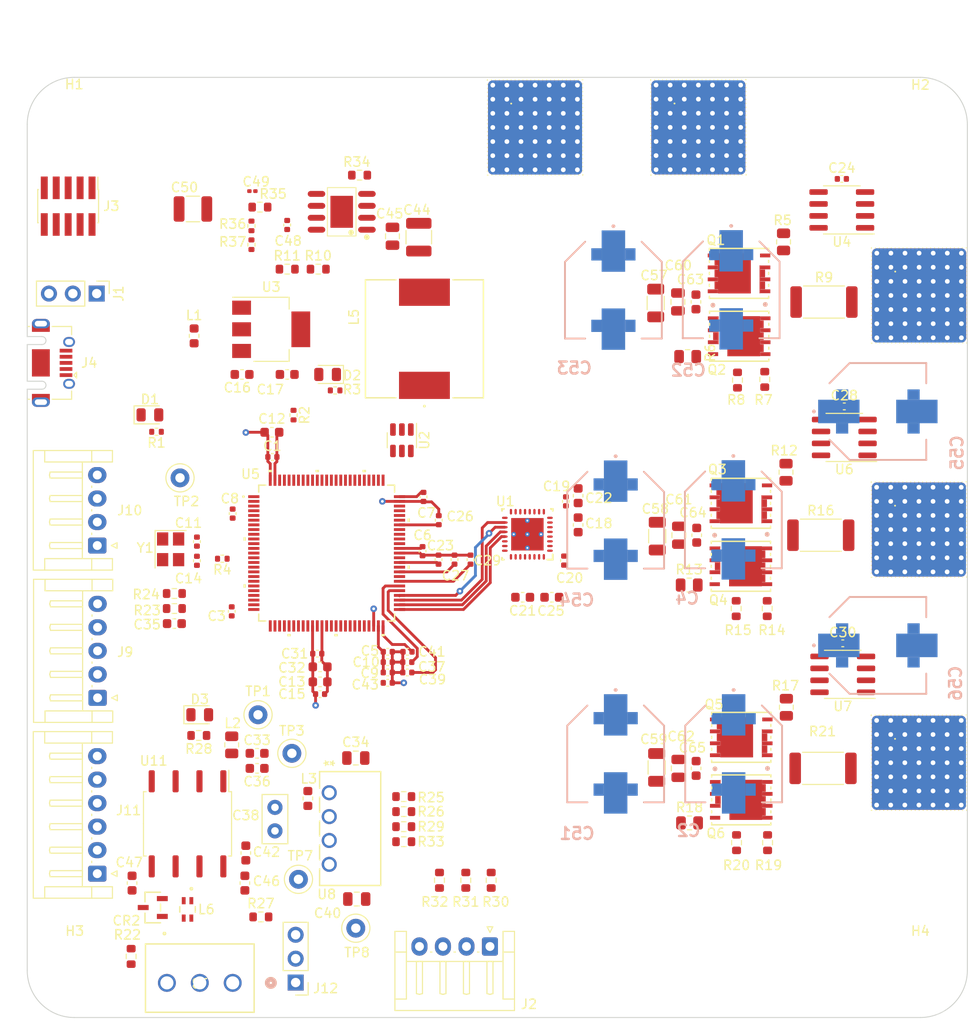
<source format=kicad_pcb>
(kicad_pcb (version 20221018) (generator pcbnew)
  (layers (0 "F.Cu" signal) (1 "In1.Cu" power "GND") (2 "In2.Cu" power "PWR") (31 "B.Cu" signal) (34 "B.Paste" user) (35 "F.Paste" user) (36 "B.SilkS" user "B.Silkscreen") (37 "F.SilkS" user "F.Silkscreen") (38 "B.Mask" user) (39 "F.Mask" user) (44 "Edge.Cuts" user))
  (net 0 "")
  (net 1 "+3.3V")
  (net 2 "GND")
  (net 3 "VDC")
  (net 4 "HSE_IN")
  (net 5 "WREF+")
  (net 6 "Net-(C14-Pad1)")
  (net 7 "+5V")
  (net 8 "+3V3")
  (net 9 "Net-(U1-VCP)")
  (net 10 "Net-(U1-CPH)")
  (net 11 "Net-(U1-CPL)")
  (net 12 "Net-(U1-DVDD)")
  (net 13 "SENS_A")
  (net 14 "Net-(U1-VGLS)")
  (net 15 "/DRV8350/SENS_VDC")
  (net 16 "SENS_B")
  (net 17 "SENS_C")
  (net 18 "Net-(U11-VCC1)")
  (net 19 "/DRV8350/PCB_TEMP")
  (net 20 "/Communications/HALL_A")
  (net 21 "Net-(U8-VIN)")
  (net 22 "5V_ISO_CAN")
  (net 23 "/Communications/HALL_B")
  (net 24 "GND1")
  (net 25 "/Communications/HALL_C")
  (net 26 "/Communications/TEMP_IN")
  (net 27 "CAN_H")
  (net 28 "CAN_L")
  (net 29 "Net-(U9-BOOT)")
  (net 30 "Net-(U9-SW)")
  (net 31 "Net-(U9-FB)")
  (net 32 "Net-(D1-K)")
  (net 33 "PROCCESS_LED")
  (net 34 "Net-(D2-K)")
  (net 35 "Net-(D3-K)")
  (net 36 "/Communications/CAN_LED")
  (net 37 "Net-(J1-Pin_2)")
  (net 38 "Net-(J2-Pin_1)")
  (net 39 "Net-(J2-Pin_2)")
  (net 40 "Net-(J2-Pin_3)")
  (net 41 "SWDIO")
  (net 42 "SWCLK")
  (net 43 "SWO")
  (net 46 "NRST")
  (net 47 "USB_CONN_D-")
  (net 48 "USB_CONN_D+")
  (net 51 "Net-(U4-IN-)")
  (net 52 "Net-(U6-IN-)")
  (net 53 "Net-(U7-IN-)")
  (net 54 "Net-(J8-Pad3)")
  (net 55 "/Communications/UART_1_TX")
  (net 56 "/Communications/UART_1_RX")
  (net 57 "/Communications/DO_1")
  (net 58 "/Communications/I2C_SDA")
  (net 59 "/Communications/I2C_SCL")
  (net 60 "/Communications/EXT_SPI_MOSI")
  (net 61 "/Communications/EXT_SPI_MISO")
  (net 62 "/Communications/EXT_SPI_SCK")
  (net 63 "/Communications/EXT_SPI_CS")
  (net 65 "Net-(J12-Pin_2)")
  (net 66 "Net-(U11-CANH)")
  (net 67 "Net-(U11-CANL)")
  (net 68 "Net-(Q1-PadG)")
  (net 69 "/DRV8350/SHA")
  (net 70 "Net-(Q2-PadG)")
  (net 71 "Net-(Q3-PadG)")
  (net 72 "/DRV8350/SHB")
  (net 73 "Net-(Q4-PadG)")
  (net 74 "Net-(Q5-PadG)")
  (net 75 "/DRV8350/SHC")
  (net 76 "Net-(Q6-PadG)")
  (net 77 "BOOT0")
  (net 78 "HSE_OUT")
  (net 79 "/DRV8350/GHA")
  (net 80 "/DRV8350/GLA")
  (net 81 "/DRV8350/GHB")
  (net 82 "/DRV8350/GLB")
  (net 83 "/DRV8350/GHC")
  (net 84 "/DRV8350/GLC")
  (net 85 "Net-(U9-RT{slash}SYNC)")
  (net 86 "Net-(U9-PG)")
  (net 87 "Net-(R36-Pad2)")
  (net 88 "/DRV8350/FAULT_N")
  (net 89 "/DRV8350/SPI_MISO")
  (net 90 "/DRV8350/SPI_MOSI")
  (net 91 "/DRV8350/SPI_SCK")
  (net 92 "/DRV8350/DRV_CS")
  (net 93 "/DRV8350/DRV_ENABLE")
  (net 94 "/DRV8350/INHA")
  (net 95 "/DRV8350/INLA")
  (net 96 "/DRV8350/INHB")
  (net 97 "/DRV8350/INLB")
  (net 98 "/DRV8350/INHC")
  (net 99 "/DRV8350/INLC")
  (net 100 "USB_D+")
  (net 101 "USB_D-")
  (net 103 "CURR_A")
  (net 120 "CURR_C")
  (net 128 "CURR_B")
  (net 132 "/Communications/CAN_RX")
  (net 133 "/Communications/CAN_TX")
  (footprint "DRV-8350S:RTV0032E" (layer "F.Cu") (at 77.45 73.6 180)
    (fp_text reference "U1")
    (fp_text value "DRV8350SRTVT")
  )
  (footprint "Capacitor_SMD:C_0603_1608Metric" (layer "F.Cu") (at 95.4625 73.7 -90)
    (fp_text reference "C64")
    (fp_text value "15n")
  )
  (footprint "Inductor_SMD:L_0603_1608Metric" (layer "F.Cu") (at 54.1 101.7 -90)
    (fp_text reference "L3")
    (fp_text value "4.7u")
  )
  (footprint "Capacitor_SMD:C_0402_1005Metric" (layer "F.Cu") (at 64.7 86.1 180)
    (fp_text reference "C41")
    (fp_text value "4.7n")
  )
  (footprint "Resistor_SMD:R_0603_1608Metric" (layer "F.Cu") (at 102.9625 81.5 90)
    (fp_text reference "R14")
    (fp_text value "39k")
  )
  (footprint "Resistor_SMD:R_0603_1608Metric" (layer "F.Cu") (at 64.3 103.1)
    (fp_text reference "R26")
    (fp_text value "10k")
  )
  (footprint "B0505S:B0505S-1WR2_MNS" (layer "F.Cu") (at 56.375 101.09 -90)
    (fp_text reference "U8")
    (fp_text value "B0505S-1WR2")
  )
  (footprint "TestPoint:TestPoint_Loop_D1.80mm_Drill1.0mm_Beaded" (layer "F.Cu") (at 40.5 67.6)
    (fp_text reference "TP2")
    (fp_text value "TestPoint")
  )
  (footprint "Connector_JST:JST_EH_S5B-EH_1x05_P2.50mm_Horizontal" (layer "F.Cu") (at 31.7325 91 90)
    (fp_text reference "J9")
    (fp_text value "Conn_01x05")
  )
  (footprint "Resistor_SMD:R_0402_1005Metric" (layer "F.Cu") (at 38 62.7 180)
    (fp_text reference "R1")
    (fp_text value "1k5")
  )
  (footprint "Capacitor_SMD:C_0402_1005Metric" (layer "F.Cu") (at 69.7 76.3 90)
    (fp_text reference "C27")
    (fp_text value "100n")
  )
  (footprint "BSC070N:PG-WSON-8" (layer "F.Cu") (at 100.1625 70.305 180)
    (fp_text reference "Q3")
    (fp_text value "BSC070N10NS5SCATMA1")
  )
  (footprint "Resistor_SMD:R_0603_1608Metric" (layer "F.Cu") (at 102.7 57.125 90)
    (fp_text reference "R7")
    (fp_text value "39k")
  )
  (footprint "Resistor_SMD:R_0603_1608Metric" (layer "F.Cu") (at 51.9 45.4)
    (fp_text reference "R11")
    (fp_text value "2k2")
  )
  (footprint "Capacitor_SMD:C_0402_1005Metric" (layer "F.Cu") (at 81.35 76.4 -90)
    (fp_text reference "C20")
    (fp_text value "47n")
  )
  (footprint "Resistor_SMD:R_0402_1005Metric" (layer "F.Cu") (at 57 58.3)
    (fp_text reference "R3")
    (fp_text value "1k")
  )
  (footprint "Resistor_SMD:R_0603_1608Metric" (layer "F.Cu") (at 49 38.8)
    (fp_text reference "R35")
    (fp_text value "100k")
  )
  (footprint "Resistor_SMD:R_0603_1608Metric" (layer "F.Cu") (at 64.3 104.7)
    (fp_text reference "R29")
    (fp_text value "10k")
  )
  (footprint "MountingHole:MountingHole_3.2mm_M3" (layer "F.Cu") (at 29.25 29.95)
    (fp_text reference "H1")
    (fp_text value "MountingHole")
  )
  (footprint "Connector_USB:USB_Micro-AB_Molex_47590-0001" (layer "F.Cu") (at 25.7 55.37 -90)
    (fp_text reference "J4")
    (fp_text value "USB_B_Micro")
    (fp_line (start -3.75 1.45) (end -2.8 1.45) (stroke (width 0.1)) (layer "Edge.Cuts"))
    (fp_line (start -2.8 -0.125) (end -2.8 1.45) (stroke (width 0.1)) (layer "Edge.Cuts"))
    (fp_line (start -1.95 -0.125) (end -1.95 1.45) (stroke (width 0.1)) (layer "Edge.Cuts"))
    (fp_line (start -1.95 1.45) (end 1.95 1.45) (stroke (width 0.1)) (layer "Edge.Cuts"))
    (fp_line (start 1.95 -0.125) (end 1.95 1.45) (stroke (width 0.1)) (layer "Edge.Cuts"))
    (fp_line (start 2.8 -0.125) (end 2.8 1.45) (stroke (width 0.1)) (layer "Edge.Cuts"))
    (fp_line (start 2.8 1.45) (end 3.75 1.45) (stroke (width 0.1)) (layer "Edge.Cuts"))
    (fp_arc (start -2.8 -0.125) (mid -2.375 -0.55) (end -1.95 -0.125) (stroke (width 0.1)) (layer "Edge.Cuts"))
    (fp_arc (start 1.95 -0.125) (mid 2.375 -0.55) (end 2.8 -0.125) (stroke (width 0.1)) (layer "Edge.Cuts"))
  )
  (footprint "Capacitor_SMD:C_0805_2012Metric" (layer "F.Cu") (at 93.5625 73.7 -90)
    (fp_text reference "C61")
    (fp_text value "330n")
  )
  (footprint "Capacitor_SMD:C_1206_3216Metric" (layer "F.Cu") (at 91.2625 73.8 -90)
    (fp_text reference "C58")
    (fp_text value "1u")
  )
  (footprint "Resistor_SMD:R_0402_1005Metric" (layer "F.Cu") (at 48.1 40.8 -90)
    (fp_text reference "R36")
    (fp_text value "40.2k")
  )
  (footprint "Resistor_SMD:R_0603_1608Metric" (layer "F.Cu") (at 99.7 106.4 -90)
    (fp_text reference "R20")
    (fp_text value "2k2")
  )
  (footprint "Capacitor_SMD:C_0805_2012Metric" (layer "F.Cu") (at 59.2 97.4)
    (fp_text reference "C34")
    (fp_text value "2.2u")
  )
  (footprint "MountingHole:MountingHole_3.2mm_M3" (layer "F.Cu") (at 29.3 120)
    (fp_text reference "H3")
    (fp_text value "MountingHole")
  )
  (footprint "Connector_JST:JST_EH_S4B-EH_1x04_P2.50mm_Horizontal" (layer "F.Cu") (at 73.47 117.4475 180)
    (fp_text reference "J2")
    (fp_text value "Conn_01x04")
  )
  (footprint "Capacitor_SMD:C_0805_2012Metric" (layer "F.Cu") (at 59.3 112.4)
    (fp_text reference "C40")
    (fp_text value "2.2u")
  )
  (footprint "Capacitor_SMD:C_0402_1005Metric" (layer "F.Cu") (at 62.6 86.1)
    (fp_text reference "C5")
    (fp_text value "100n")
  )
  (footprint "Capacitor_SMD:C_0603_1608Metric" (layer "F.Cu") (at 47.5 107.5 90)
    (fp_text reference "C42")
    (fp_text value "100n")
  )
  (footprint "Resistor_SMD:R_0603_1608Metric" (layer "F.Cu") (at 49.1 114.3)
    (fp_text reference "R27")
    (fp_text value "120")
  )
  (footprint "Inductor_SMD:L_0603_1608Metric" (layer "F.Cu") (at 42 52.5 -90)
    (fp_text reference "L1")
    (fp_text value "39n")
  )
  (footprint "STM32G473VET6:LQFP100-14x14mm" (layer "F.Cu") (at 56.1 75.6)
    (fp_text reference "U5")
    (fp_text value "STM32G473VET6")
  )
  (footprint "Capacitor_SMD:C_0402_1005Metric" (layer "F.Cu") (at 50.325 65.375)
    (fp_text reference "C1")
    (fp_text value "100n")
  )
  (footprint "Resistor_SMD:R_2512_6332Metric" (layer "F.Cu") (at 108.9 98.5)
    (fp_text reference "R21")
    (fp_text value "0.0015R")
  )
  (footprint "Package_TO_SOT_SMD:SOT-223-3_TabPin2" (layer "F.Cu") (at 50.2 51.8)
    (fp_text reference "U3")
    (fp_text value "AMS1117")
  )
  (footprint "Converter_DCDC:LMR38020SDDAR" (layer "F.Cu") (at 57.7 39.3 90)
    (fp_text reference "U9")
    (fp_text value "LMR38020SDDAR" hide)
  )
  (footprint "Resistor_SMD:R_0603_1608Metric" (layer "F.Cu") (at 59.6 35.4 180)
    (fp_text reference "R34")
    (fp_text value "64k9")
  )
  (footprint "BSC070N:PG-WSON-8" (layer "F.Cu") (at 100.2 95.2 180)
    (fp_text reference "Q5")
    (fp_text value "BSC070N10NS5SCATMA1")
  )
  (footprint "Package_SO:SOIC-8_3.9x4.9mm_P1.27mm" (layer "F.Cu") (at 111.1625 63.3 180)
    (fp_text reference "U6")
    (fp_text value "AD8418A")
  )
  (footprint "Resistor_SMD:R_2512_6332Metric" (layer "F.Cu") (at 108.6625 73.7)
    (fp_text reference "R16")
    (fp_text value "0.0015R")
  )
  (footprint "Connector:Power_Welding_Pad_10x10mm" (layer "F.Cu") (at 119.1 97.9)
    (fp_text reference "J7")
    (fp_text value "Phase")
  )
  (footprint "BSC070N:PG-WSON-8" (layer "F.Cu") (at 99.9813 52.535)
    (fp_text reference "Q2")
    (fp_text value "BSC070N10NS5SCATMA1")
  )
  (footprint "Resistor_SMD:R_0805_2012Metric" (layer "F.Cu") (at 105 92 -90)
    (fp_text reference "R17")
    (fp_text value "5R")
  )
  (footprint "Package_SO:SOIC-8_3.9x4.9mm_P1.27mm" (layer "F.Cu") (at 111 88.5 180)
    (fp_text reference "U7")
    (fp_text value "AD8418A")
  )
  (footprint "Capacitor_SMD:C_0603_1608Metric" (layer "F.Cu") (at 95.3813 48.88575 -90)
    (fp_text reference "C63")
    (fp_text value "15n")
  )
  (footprint "Resistor_SMD:R_0603_1608Metric" (layer "F.Cu") (at 39.9 81.5 180)
    (fp_text reference "R23")
    (fp_text value "10k")
  )
  (footprint "Capacitor_SMD:C_0402_1005Metric" (layer "F.Cu") (at 62.6 89.4)
    (fp_text reference "C43")
    (fp_text value "4.7n")
  )
  (footprint "Capacitor_SMD:C_0402_1005Metric" (layer "F.Cu") (at 64.675 87.2 180)
    (fp_text reference "C37")
    (fp_text value "4.7n")
  )
  (footprint "TestPoint:TestPoint_Loop_D1.80mm_Drill1.0mm_Beaded" (layer "F.Cu") (at 59.2 115.5)
    (fp_text reference "TP8")
    (fp_text value "TestPoint")
  )
  (footprint "Capacitor_SMD:C_0603_1608Metric" (layer "F.Cu") (at 48.7 98.5)
    (fp_text reference "C36")
    (fp_text value "100n")
  )
  (footprint "Connector:Power_Welding_Pad_10x10mm" (layer "F.Cu") (at 78.27 30.33)
    (fp_text reference "J14")
    (fp_text value "GND")
  )
  (footprint "Capacitor_SMD:C_0201_0603Metric" (layer "F.Cu") (at 48.2 37.1)
    (fp_text reference "C49")
    (fp_text value "56p")
  )
  (footprint "Resistor_SMD:R_0603_1608Metric" (layer "F.Cu") (at 42.5 95 180)
    (fp_text reference "R28")
    (fp_text value "470")
  )
  (footprint "Connector:Power_Welding_Pad_10x10mm" (layer "F.Cu") (at 119.1 73.1)
    (fp_text reference "J6")
    (fp_text value "Phase")
  )
  (footprint "Capacitor_SMD:C_1206_3216Metric" (layer "F.Cu") (at 91.1 49 -90)
    (fp_text reference "C57")
    (fp_text value "1u")
  )
  (footprint "Capacitor_SMD:C_0402_1005Metric" (layer "F.Cu") (at 55.4 90.6 180)
    (fp_text reference "C15")
    (fp_text value "100n")
  )
  (footprint "Resistor_SMD:R_0603_1608Metric" (layer "F.Cu") (at 39.9 79.9)
    (fp_text reference "R24")
    (fp_text value "NTC 10k")
  )
  (footprint "LED_SMD:LED_0805_2012Metric" (layer "F.Cu") (at 56.2 56.6 180)
    (fp_text reference "D2")
    (fp_text value "RED")
  )
  (footprint "Resistor_SMD:R_0603_1608Metric" (layer "F.Cu") (at 68.1 110.4 -90)
    (fp_text reference "R32")
    (fp_text value "0")
  )
  (footprint "Connector_PinHeader_1.27mm:PinHeader_2x05_P1.27mm_Vertical_SMD" (layer "F.Cu") (at 28.6 38.7 -90)
    (fp_text reference "J3")
    (fp_text value "SWD")
  )
  (footprint "Resistor_SMD:R_0603_1608Metric" (layer "F.Cu") (at 99.8 57.2 -90)
    (fp_text reference "R8")
    (fp_text value "2k2")
  )
  (footprint "Resistor_SMD:R_0402_1005Metric" (layer "F.Cu") (at 48.1 42.8 -90)
    (fp_text reference "R37")
    (fp_text value "10k")
  )
  (footprint "Capacitor_SMD:C_0402_1005Metric" (layer "F.Cu") (at 51.9 40.7 -90)
    (fp_text reference "C48")
    (fp_text value "100n")
  )
  (footprint "Capacitor_SMD:C_0402_1005Metric" (layer "F.Cu") (at 71.4 76.3 90)
    (fp_text reference "C29")
    (fp_text value "100n")
  )
  (footprint "Connector:Power_Welding_Pad_10x10mm" (layer "F.Cu") (at 119.1187 48.2)
    (fp_text reference "J5")
    (fp_text value "Phase")
  )
  (footprint "Resistor_SMD:R_0805_2012Metric" (layer "F.Cu") (at 94.6625 79)
    (fp_text reference "R13")
    (fp_text value "5R")
  )
  (footprint "Resistor_SMD:R_0402_1005Metric" (layer "F.Cu") (at 52.575 60.925 -90)
    (fp_text reference "R2")
    (fp_text value "10k")
  )
  (footprint "Capacitor_SMD:C_0603_1608Metric" (layer "F.Cu") (at 48.7 96.9)
    (fp_text reference "C33")
    (fp_text value "10n")
  )
  (footprint "Package_SO:SOIC-8_3.9x4.9mm_P1.27mm" (layer "F.Cu") (at 110.9 39.1 180)
    (fp_text reference "U4")
    (fp_text value "AD8418A")
  )
  (footprint "Capacitor_SMD:C_0402_1005Metric" (layer "F.Cu") (at 46.1 71.4 90)
    (fp_text reference "C8")
    (fp_text value "100n")
  )
  (footprint "TestPoint:TestPoint_Loop_D1.80mm_Drill1.0mm_Beaded" (layer "F.Cu") (at 48.8 92.8)
    (fp_text reference "TP1")
    (fp_text value "TestPoint")
  )
  (footprint "Capacitor_SMD:C_0603_1608Metric" (layer "F.Cu") (at 55.4 87.7 180)
    (fp_text reference "C32")
    (fp_text value "10u")
  )
  (footprint "Resistor_SMD:R_0805_2012Metric" (layer "F.Cu") (at 46 96 -90)
    (fp_text reference "L2")
    (fp_text value "0R5")
  )
  (footprint "CDRH127:IND_CDRH127&slash_LDNP-470MC_SUM" (layer "F.Cu") (at 66.5 52.8079 90)
    (fp_text reference "L5")
    (fp_text value "CDRH127/LDNP-470MC")
  )
  (footprint "Connector_PinHeader_2.54mm:PinHeader_1x03_P2.54mm_Vertical" (layer "F.Cu") (at 31.64 48 -90)
    (fp_text reference "J1")
    (fp_text value "Conn_01x03")
  )
  (footprint "Capacitor_SMD:C_0402_1005Metric" (layer "F.Cu") (at 55.1 86.3 180)
    (fp_text reference "C31")
    (fp_text value "100n")
  )
  (footprint "LED_SMD:LED_0805_2012Metric" (layer "F.Cu") (at 37.3 60.9)
    (fp_text reference "D1")
    (fp_text value "BLUE")
  )
  (footprint "Capacitor_SMD:C_0603_1608Metric" (layer "F.Cu") (at 35.4 110.7 90)
    (fp_text reference "C47")
    (fp_text value "100n")
  )
  (footprint "Resistor_SMD:R_0805_2012Metric" (layer "F.Cu") (at 94.5 54.7)
    (fp_text reference "R6")
    (fp_text value "5R")
  )
  (footprint "Capacitor_THT:C_Disc_D5.0mm_W2.5mm_P2.50mm" (layer "F.Cu") (at 50.6 102.65 -90)
    (fp_text reference "C38")
    (fp_text value "470p")
  )
  (footprint "TestPoint:TestPoint_Loop_D1.80mm_Drill1.0mm_Beaded" (layer "F.Cu") (at 52.4 96.9)
    (fp_text reference "TP3")
    (fp_text value "TestPoint")
  )
  (footprint "BSC070N:PG-WSON-8" (layer "F.Cu") (at 100.1625 77.005)
    (fp_text reference "Q4")
    (fp_text value "BSC070N10NS5SCATMA1")
  )
  (footprint "TestPoint:TestPoint_Loop_D1.80mm_Drill1.0mm_Beaded" (layer "F.Cu") (at 53.1 110.3)
    (fp_text reference "TP7")
    (fp_text value "TestPoint")
  )
  (footprint "Capacitor_SMD:C_0603_1608Metric" (layer "F.Cu") (at 55.4 89.3 180)
    (fp_text reference "C13")
    (fp_text value "1u")
  )
  (footprint "Capacitor_SMD:C_0402_1005Metric" (layer "F.Cu") (at 64.675 88.3 180)
    (fp_text reference "C39")
    (fp_text value "4.7n")
  )
  (footprint "Resistor_SMD:R_0805_2012Metric" (layer "F.Cu") (at 104.9625 67 -90)
    (fp_text reference "R12")
    (fp_text value "5R")
  )
  (footprint "Crystal:Crystal_SMD_3225-4Pin_3.2x2.5mm" (layer "F.Cu") (at 39.5 75.2 -90)
    (fp_text reference "Y1")
    (fp_text value "24MHz")
  )
  (footprint "Resistor_SMD:R_0603_1608Metric" (layer "F.Cu") (at 73.6 110.4 90)
    (fp_text reference "R30")
    (fp_text value "0")
  )
  (footprint "Capacitor_SMD:C_0603_1608Metric" (layer "F.Cu") (at 76.95 80.3 180)
    (fp_text reference "C21")
    (fp_text value "1u")
  )
  (footprint "Capacitor_SMD:C_0603_1608Metric" (layer "F.Cu") (at 50.275 62.75)
    (fp_text reference "C12")
    (fp_text value "10u")
  )
  (footprint "Connector_JST:JST_EH_S6B-EH_1x06_P2.50mm_Horizontal" (layer "F.Cu") (at 31.7 109.7 90)
    (fp_text reference "J11")
    (fp_text value "Conn_01x06")
  )
  (footprint "Capacitor_SMD:C_0603_1608Metric" (layer "F.Cu") (at 47.4 110.7 -90)
    (fp_text reference "C46")
    (fp_text value "100n")
  )
  (footprint "Capacitor_SMD:C_0402_1005Metric" (layer "F.Cu") (at 66.4 69.625 -90)
    (fp_text reference "C7")
    (fp_text value "100n")
  )
  (footprint "Capacitor_SMD:C_0805_2012Metric" (layer "F.Cu") (at 93.5 98.5 -90)
    (fp_text reference "C62")
    (fp_text value "330n")
  )
  (footprint "Package_SO:SOP-8_6.62x9.15mm_P2.54mm" (layer "F.Cu") (at 41.3 104.4 -90)
    (fp_text reference "U11")
    (fp_text value "ISO1050DUB")
  )
  (footprint "MountingHole:MountingHole_3.2mm_M3" (layer "F.Cu") (at 119.25 120)
    (fp_text reference "H4")
    (fp_text value "MountingHole")
  )
  (footprint "Capacitor_SMD:C_0402_1005Metric" (layer "F.Cu") (at 68 76.3 90)
    (fp_text reference "C23")
    (fp_text value "100n")
  )
  (footprint "PESD2CAN-215:SOT23_TO-236AB_NEX" (layer "F.Cu") (at 37.6 113.3 90)
    (fp_text reference "CR2")
    (fp_text value "PESD2CAN_215")
  )
  (footprint "Resistor_SMD:R_0603_1608Metric" (layer "F.Cu") (at 99.6625 81.5 -90)
    (fp_text reference "R15")
    (fp_text value "2k2")
  )
  (footprint "Capacitor_SMD:C_0603_1608Metric" (layer "F.Cu") (at 80.05 80.3)
    (fp_text reference "C25")
    (fp_text value "1u")
  )
  (footprint "Connector_PinHeader_2.54mm:PinHeader_1x03_P2.54mm_Vertical" (layer "F.Cu") (at 52.8 121.28 180)
    (fp_text reference "J12")
    (fp_text value "Conn_01x03")
  )
  (footprint "ACM2012:ACM2012_TDK" (layer "F.Cu") (at 41.3 113.5 -90)
    (fp_text reference "L6")
    (fp_text value "ACM2012-900-2P-T002")
  )
  (footprint "Capacitor_SMD:C_0603_1608Metric" (layer "F.Cu") (at 39.9 83.1 180)
    (fp_text reference "C35")
    (fp_text value "2.2u")
  )
  (footprint "Resistor_SMD:R_0805_2012Metric" (layer "F.Cu") (at 94.7 104.3)
    (fp_text reference "R18")
    (fp_text value "5R")
  )
  (footprint "MountingHole:MountingHole_3.2mm_M3" (layer "F.Cu") (at 119.25 30)
    (fp_text reference "H2")
    (fp_text value "MountingHole")
  )
  (footprint "Capacitor_SMD:C_0402_1005Metric" (layer "F.Cu") (at 111 85.2)
    (fp_text reference "C30")
    (fp_text value "100n")
  )
  (footprint "Resistor_SMD:R_0603_1608Metric" (layer "F.Cu") (at 70.9 110.4 -90)
    (fp_text reference "R31")
    (fp_text value "0")
  )
  (footprint "Capacitor_SMD:C_0805_2012Metric" (layer "F.Cu") (at 93.4626 48.88575 -90)
    (fp_text reference "C60")
    (fp_text value "330n")
  )
  (footprint "Resistor_SMD:R_0805_2012Metric" (layer "F.Cu") (at 104.7 42.5 90)
    (fp_text reference "R5")
    (fp_text value "5R")
  )
  (footprint "Capacitor_SMD:C_0402_1005Metric" (layer "F.Cu") (at 42.3 76.42 90)
    (fp_text reference "C14")
    (fp_text value "20p")
  )
  (footprint "Capacitor_SMD:C_0402_1005Metric" (layer "F.Cu") (at 42.3 74.38 90)
    (fp_text reference "C11")
    (fp_text value "20p")
  )
  (footprint "Capacitor_SMD:C_0402_1005Metric" (layer "F.Cu") (at 68.025 72.1 90)
    (fp_text reference "C26")
    (fp_text value "100n")
  )
  (footprint "Resistor_SMD:R_0603_1608Metric" (layer "F.Cu") (at 64.3 101.5)
    (fp_text reference "R25")
    (fp_text value "10k")
  )
  (footprint "Capacitor_SMD:C_0603_1608Metric" (layer "F.Cu") (at 82.85 72.6 -90)
    (fp_text reference "C18")
    (fp_text value "1u")
  )
  (footprint "Capacitor_SMD:C_0402_1005Metric" (layer "F.Cu") (at 81.55 70.1 90)
    (fp_text reference "C19")
    (fp_text value "100n")
  )
  (footprint "Resistor_SMD:R_0603_1608Metric" (layer "F.Cu") (at 103 106.4 90)
    (fp_text reference "R19")
    (fp_text value "39k")
  )
  (footprint "Capacitor_SMD:C_0603_1608Metric" (layer "F.Cu") (at 47.1 56.6)
    (fp_text reference "C16")
    (fp_text value "4u7")
  )
  (footprint "Package_TO_SOT_SMD:SOT-23-6" (layer "F.Cu") (at 64.1 63.6 -90)
    (fp_text reference "U2")
    (fp_text value "USBLC6-2SC6")
  )
  (footprint "Capacitor_SMD:C_0402_1005Metric" (layer "F.Cu") (at 110.9 35.8)
    (fp_text reference "C24")
    (fp_text value "100n")
  )
  (footprint "Capacitor_SMD:C_1210_3225Metric" (layer "F.Cu") (at 65.9 42 -90)
    (fp_text reference "C44")
    (fp_text value "2.2u")
  )
  (footprint "Capacitor_SMD:C_0402_1005Metric" (layer "F.Cu") (at 62.6 87.2)
    (fp_text reference "C10")
    (fp_text value "100n")
  )
  (footprint "Resistor_SMD:R_0603_1608Metric" (layer "F.Cu") (at 35.3 118.5 90)
    (fp_text reference "R22")
    (fp_text value "10")
  )
  (footprint "Capacitor_SMD:C_0603_1608Metric" (layer "F.Cu") (at 95.4 98.5 -90)
    (fp_text reference "C65")
    (fp_text value "15n")
  )
  (footprint "Capacitor_SMD:C_0603_1608Metric" (layer "F.Cu") (at 51.9 56.6 180)
    (fp_text reference "C17")
    (fp_text value "4u7")
  )
  (footprint "Resistor_SMD:R_2512_6332Metric" (layer "F.Cu") (at 109 48.9)
    (fp_text reference "R9")
    (fp_text value "0.0015R")
  )
  (footprint "15EDGVC:CONN_15EDGVC-3.5-03P-1X_DEG" (layer "F.Cu") (at 46.105101 121.315201 180)
    (fp_text reference "J8")
    (fp_text value "15EDGVC-3.5-03P-14-00AH")
  )
  (footprint "Resistor_SMD:R_0402_1005Metric" (layer "F.Cu") (at 45 76.2 180)
    (fp_text reference "R4")
    (fp_text value "47R")
  )
  (footprint "BSC070N:PG-WSON-8" (layer "F.Cu") (at 99.9626 45.85075 180)
    (fp_text reference "Q1")
    (fp_text value "BSC070N10NS5SCATMA1")
  )
  (footprint "BSC070N:PG-WSON-8" (layer "F.Cu") (at 100.2 101.84925)
    (fp_text reference "Q6")
    (fp_text value "BSC070N10NS5SCATMA1")
  )
  (footprint "Capacitor_SMD:C_0402_1005Metric" (layer "F.Cu") (at 66.3 75.4 -90)
    (fp_text reference "C6")
    (fp_text value "100n")
  )
  (footprint "Capacitor_SMD:C_1206_3216Metric" (layer "F.Cu") (at 91.2 98.4 -90)
    (fp_text reference "C59")
    (fp_text value "1u")
  )
  (footprint "Capacitor_SMD:C_1210_3225Metric" (layer "F.Cu") (at 41.875 39 180)
    (fp_text reference "C50")
    (fp_text value "47u")
  )
  (footprint "Capacitor_SMD:C_0402_1005Metric" (layer "F.Cu") (at 111.1625 60)
    (fp_text reference "C28")
    (fp_text value "100n")
  )
  (footprint "Connector:Power_Welding_Pad_10x10mm" (layer "F.Cu") (at 95.64 30.32)
    (fp_text reference "J13")
    (fp_text value "VDC")
  )
  (footprint "Connector_JST:JST_EH_S4B-EH_1x04_P2.50mm_Horizontal" (layer "F.Cu") (at 31.7 74.8 90)
    (fp_text reference "J10")
    (fp_text value "Conn_01x04")
  )
  (footprint "Capacitor_SMD:C_0603_1608Metric" (layer "F.Cu") (at 82.85 69.5 90)
    (fp_text reference "C22")
    (fp_text value "10u")
  )
  (footprint "LED_SMD:LED_0805_2012Metric" (layer "F.Cu") (at 42.6 92.8)
    (fp_text reference "D3")
    (fp_text value "RED")
  )
  (footprint "Resistor_SMD:R_0603_1608Metric" (layer "F.Cu") (at 64.3 106.3)
    (fp_text reference "R33")
    (fp_text value "10k")
  )
  (footprint "Capacitor_SMD:C_0402_1005Metric" (layer "F.Cu") (at 46 81.8 -90)
    (fp_text reference "C3")
    (fp_text value "100n")
  )
  (footprint "Resistor_SMD:R_0603_1608Metric" (layer "F.Cu") (at 55.2 45.4)
    (fp_text reference "R10")
    (fp_text value "39k")
  )
  (footprint "Capacitor_SMD:C_0402_1005Metric" (layer "F.Cu") (at 62.6 88.3)
    (fp_text reference "C9")
    (fp_text value "100n")
  )
  (footprint "Capacitor_SMD:C_0805_2012Metric" (layer "F.Cu") (at 63.1 41.9 -90)
    (fp_text reference "C45")
    (fp_text value "100n")
  )
  (footprint "Capacitor:EEHZT1E561UV" (layer "B.Cu") (at 86.84 96.96)
    (fp_text reference "C51")
    (fp_text value "EEE-FN1J101V" hide)
  )
  (footprint "Capacitor:EEHZT1E561UV" (layer "B.Cu") (at 114.73 85.42 90)
    (fp_text reference "C56")
    (fp_text value "EEE-FN1J101V" hide)
  )
  (footprint "Capacitor:EEHZT1E561UV" (layer "B.Cu") (at 86.84 72.1)
    (fp_text reference "C54")
    (fp_text value "EEE-FN1J101V" hide)
  )
  (footprint "Capacitor:EEHZT1E561UV" (layer "B.Cu") (at 99.39 96.96)
    (fp_text reference "C2")
    (fp_text value "EEE-FN1J101V" hide)
  )
  (footprint "Capacitor:EEHZT1E561UV" (layer "B.Cu") (at 86.6 47.63)
    (fp_text reference "C53")
    (fp_text value "EEE-FN1J101V" hide)
  )
  (footprint "Capacitor:EEHZT1E561UV" (layer "B.Cu") (at 114.73 60.54 90)
    (fp_text reference "C55")
    (fp_text value "EEE-FN1J101V" hide)
  )
  (footprint "Capacitor:EEHZT1E561UV" (layer "B.Cu") (at 99.13 47.6)
    (fp_text reference "C52")
    (fp_text value "EEE-FN1J101V" hide)
  )
  (footprint "Capacitor:EEHZT1E561UV" (layer "B.Cu") (at 99.36 72.07)
    (fp_text reference "C4")
    (fp_text value "EEE-FN1J101V" hide)
  )
  (gr_arc (start 119.25 25) (mid 122.785534 26.464466) (end 124.25 30) (stroke (width 0.1)) (layer "Edge.Cuts"))
  (gr_line (start 29.25 25) (end 119.25 25) (stroke (width 0.1)) (layer "Edge.Cuts"))
  (gr_line (start 124.25 30) (end 124.25 120) (stroke (width 0.1)) (layer "Edge.Cuts"))
  (gr_arc (start 24.25 30) (mid 25.714466 26.464466) (end 29.25 25) (stroke (width 0.1)) (layer "Edge.Cuts"))
  (gr_line (start 24.25 30) (end 24.25 51.62) (stroke (width 0.1)) (layer "Edge.Cuts"))
  (gr_line (start 119.25 125) (end 29.25 125) (stroke (width 0.1)) (layer "Edge.Cuts"))
  (gr_arc (start 124.25 120) (mid 122.785534 123.535534) (end 119.25 125) (stroke (width 0.1)) (layer "Edge.Cuts"))
  (gr_line (start 24.25 59.12) (end 24.25 120) (stroke (width 0.1)) (layer "Edge.Cuts"))
  (gr_arc (start 29.25 125) (mid 25.714466 123.535534) (end 24.25 120) (stroke (width 0.1)) (layer "Edge.Cuts"))
  (segment (start 49.845 65.375) (end 49.845 63.095) (width 0.3) (layer "F.Cu") (net 1))
  (segment (start 62.12 86.1) (end 61.599999 85.579999) (width 0.3) (layer "F.Cu") (net 1))
  (segment (start 47.525 62.75) (end 47.5 62.775) (width 0.3) (layer "F.Cu") (net 1))
  (segment (start 62.12 86.1) (end 62.12 87.2) (width 0.3) (layer "F.Cu") (net 1))
  (segment (start 49.5 62.75) (end 47.525 62.75) (width 0.3) (layer "F.Cu") (net 1))
  (segment (start 50.099999 66.099999) (end 49.845 65.845) (width 0.3) (layer "F.Cu") (net 1))
  (segment (start 65.675 69.6) (end 63.85 69.599999) (width 0.3) (layer "F.Cu") (net 1))
  (segment (start 66.119999 75.100001) (end 63.85 75.100001) (width 0.3) (layer "F.Cu") (net 1))
  (segment (start 66.3 74.92) (end 66.119999 75.100001) (width 0.3) (layer "F.Cu") (net 1))
  (segment (start 66.4 69.145) (end 66.13 69.145) (width 0.3) (layer "F.Cu") (net 1))
  (segment (start 66.13 69.145) (end 65.675 69.6) (width 0.3) (layer "F.Cu") (net 1))
  (segment (start 62.12 87.2) (end 62.12 88.3) (width 0.3) (layer "F.Cu") (net 1))
  (segment (start 49.845 65.845) (end 49.845 65.375) (width 0.3) (layer "F.Cu") (net 1))
  (segment (start 50.099999 67.85) (end 50.099999 66.099999) (width 0.3) (layer "F.Cu") (net 1))
  (segment (start 49.845 63.095) (end 49.5 62.75) (width 0.3) (layer "F.Cu") (net 1))
  (segment (start 61.599999 85.579999) (end 61.599999 83.35) (width 0.3) (layer "F.Cu") (net 1))
  (via (at 47.5 62.775) (size 0.7) (drill 0.3) (layers "F.Cu" "B.Cu") (net 1))
  (segment (start 50.600001 66.074999) (end 50.805 65.87) (width 0.3) (layer "F.Cu") (net 2))
  (segment (start 64.195 88.3) (end 64.195 87.2) (width 0.3) (layer "F.Cu") (net 2))
  (segment (start 54.625 89.3) (end 54.625 90.305) (width 0.3) (layer "F.Cu") (net 2))
  (segment (start 54.62 87.695) (end 54.625 87.7) (width 0.3) (layer "F.Cu") (net 2))
  (segment (start 66.4 70.105) (end 63.854999 70.105) (width 0.3) (layer "F.Cu") (net 2))
  (segment (start 63.08 87.2) (end 63.08 86.1) (width 0.3) (layer "F.Cu") (net 2))
  (segment (start 68.025 71.62) (end 68.025 70.925) (width 0.3) (layer "F.Cu") (net 2))
  (segment (start 68 75.82) (end 66.36 75.82) (width 0.3) (layer "F.Cu") (net 2))
  (segment (start 67.255 70.155) (end 66.45 70.155) (width 0.3) (layer "F.Cu") (net 2))
  (segment (start 68.025 70.925) (end 67.255 70.155) (width 0.3) (layer "F.Cu") (net 2))
  (segment (start 54.625 90.305) (end 54.92 90.6) (width 0.3) (layer "F.Cu") (net 2))
  (segment (start 54.6 83.35) (end 54.6 86.28) (width 0.3) (layer "F.Cu") (net 2))
  (segment (start 50.600001 67.85) (end 50.600001 66.074999) (width 0.3) (layer "F.Cu") (net 2))
  (segment (start 61.1 83.35) (end 61.1 81.525) (width 0.3) (layer "F.Cu") (net 2))
  (segment (start 63.854999 70.105) (end 63.85 70.100001) (width 0.3) (layer "F.Cu") (net 2))
  (segment (start 63.08 87.2) (end 64.195 87.2) (width 0.3) (layer "F.Cu") (net 2))
  (segment (start 64.195 88.3) (end 63.08 88.3) (width 0.3) (layer "F.Cu") (net 2))
  (segment (start 63.08 86.1) (end 64.22 86.1) (width 0.3) (layer "F.Cu") (net 2))
  (segment (start 63.08 89.4) (end 64.3 89.4) (width 0.3) (layer "F.Cu") (net 2))
  (segment (start 63.08 87.2) (end 63.08 88.3) (width 0.3) (layer "F.Cu") (net 2))
  (segment (start 54.92 90.6) (end 54.92 91.795) (width 0.3) (layer "F.Cu") (net 2))
  (segment (start 71.4 75.82) (end 69.7 75.82) (width 0.3) (layer "F.Cu") (net 2))
  (segment (start 69.7 75.82) (end 68 75.82) (width 0.3) (layer "F.Cu") (net 2))
  (segment (start 54.62 86.3) (end 54.62 87.695) (width 0.3) (layer "F.Cu") (net 2))
  (segment (start 64.195 87.2) (end 64.195 86.125) (width 0.3) (layer "F.Cu") (net 2))
  (segment (start 50.805 62.995) (end 51.05 62.75) (width 0.3) (layer "F.Cu") (net 2))
  (segment (start 54.625 87.7) (end 54.625 89.3) (width 0.3) (layer "F.Cu") (net 2))
  (segment (start 54.6 86.28) (end 54.62 86.3) (width 0.3) (layer "F.Cu") (net 2))
  (segment (start 50.805 65.375) (end 50.805 62.995) (width 0.3) (layer "F.Cu") (net 2))
  (segment (start 63.85 70.100001) (end 62.025 70.1) (width 0.3) (layer "F.Cu") (net 2))
  (segment (start 50.805 65.87) (end 50.805 65.375) (width 0.3) (layer "F.Cu") (net 2))
  (segment (start 66.45 70.155) (end 66.4 70.105) (width 0.3) (layer "F.Cu") (net 2))
  (segment (start 63.08 89.4) (end 63.08 88.3) (width 0.3) (layer "F.Cu") (net 2))
  (segment (start 66.02 75.6) (end 63.85 75.6) (width 0.3) (layer "F.Cu") (net 2))
  (segment (start 66.36 75.82) (end 66.3 75.88) (width 0.3) (layer "F.Cu") (net 2))
  (segment (start 64.195 86.125) (end 64.22 86.1) (width 0.3) (layer "F.Cu") (net 2))
  (segment (start 54.92 91.795) (end 54.925 91.8) (width 0.3) (layer "F.Cu") (net 2))
  (segment (start 66.3 75.88) (end 66.02 75.6) (width 0.3) (layer "F.Cu") (net 2))
  (via (at 54.925 91.8) (size 0.7) (drill 0.3) (layers "F.Cu" "B.Cu") (net 2))
  (via (at 61.1 81.525) (size 0.7) (drill 0.3) (layers "F.Cu" "B.Cu") (net 2))
  (via (at 62.025 70.1) (size 0.7) (drill 0.3) (layers "F.Cu" "B.Cu") (net 2))
  (via (at 64.3 89.4) (size 0.7) (drill 0.3) (layers "F.Cu" "B.Cu") (net 2))
  (segment (start 55.58 86.3) (end 55.5976 86.2824) (width 0.3) (layer "F.Cu") (net 5))
  (segment (start 56.175 90.305) (end 55.88 90.6) (width 0.3) (layer "F.Cu") (net 5))
  (segment (start 55.58 86.3) (end 55.58 87.105) (width 0.3) (layer "F.Cu") (net 5))
  (segment (start 108.425 38.465) (end 108.314 38.354) (width 0.3) (layer "F.Cu") (net 5))
  (segment (start 56.175 89.3) (end 56.175 87.7) (width 0.3) (layer "F.Cu") (net 5))
  (segment (start 55.5976 86.2824) (end 55.5976 83.35) (width 0.3) (layer "F.Cu") (net 5))
  (segment (start 56.175 89.3) (end 56.175 90.305) (width 0.3) (layer "F.Cu") (net 5))
  (segment (start 55.58 87.105) (end 56.175 87.7) (width 0.3) (layer "F.Cu") (net 5))
  (segment (start 68 76.78) (end 67.820001 76.600001) (width 0.3) (layer "F.Cu") (net 13))
  (segment (start 67.820001 76.600001) (end 63.85 76.600001) (width 0.3) (layer "F.Cu") (net 13))
  (segment (start 68.004999 72.600001) (end 63.85 72.600001) (width 0.3) (layer "F.Cu") (net 15))
  (segment (start 68.025 72.58) (end 68.004999 72.600001) (width 0.3) (layer "F.Cu") (net 15))
  (segment (start 69.7 76.78) (end 68.879999 77.600001) (width 0.3) (layer "F.Cu") (net 16))
  (segment (start 68.879999 77.600001) (end 63.85 77.600001) (width 0.3) (layer "F.Cu") (net 16))
  (segment (start 71.4 76.78) (end 69.580001 78.599999) (width 0.3) (layer "F.Cu") (net 17))
  (segment (start 69.580001 78.599999) (end 63.85 78.599999) (width 0.3) (layer "F.Cu") (net 17))
  (segment (start 62.1 82.1) (end 62.1 79.35) (width 0.3) (layer "F.Cu") (net 20))
  (segment (start 65.155 87.2) (end 65.737 86.618) (width 0.3) (layer "F.Cu") (net 20))
  (segment (start 65.737 86.618) (end 65.737 85.737) (width 0.3) (layer "F.Cu") (net 20))
  (segment (start 62.1 79.35) (end 62.349999 79.100001) (width 0.3) (layer "F.Cu") (net 20))
  (segment (start 65.737 85.737) (end 62.1 82.1) (width 0.3) (layer "F.Cu") (net 20))
  (segment (start 62.349999 79.100001) (end 63.85 79.100001) (width 0.3) (layer "F.Cu") (net 20))
  (segment (start 62.65 81.703301) (end 62.65 79.725) (width 0.3) (layer "F.Cu") (net 23))
  (segment (start 62.65 79.725) (end 62.775 79.6) (width 0.3) (layer "F.Cu") (net 23))
  (segment (start 67.675 86.728301) (end 62.65 81.703301) (width 0.3) (layer "F.Cu") (net 23))
  (segment (start 67.4 88.3) (end 67.675 88.025) (width 0.3) (layer "F.Cu") (net 23))
  (segment (start 62.775 79.6) (end 63.85 79.6) (width 0.3) (layer "F.Cu") (net 23))
  (segment (start 65.155 88.3) (end 67.4 88.3) (width 0.3) (layer "F.Cu") (net 23))
  (segment (start 67.675 88.025) (end 67.675 86.728301) (width 0.3) (layer "F.Cu") (net 23))
  (segment (start 64.405 85.325) (end 63.075 85.325) (width 0.3) (layer "F.Cu") (net 25))
  (segment (start 62.100001 84.350001) (end 62.100001 83.35) (width 0.3) (layer "F.Cu") (net 25))
  (segment (start 65.18 86.1) (end 64.405 85.325) (width 0.3) (layer "F.Cu") (net 25))
  (segment (start 63.075 85.325) (end 62.100001 84.350001) (width 0.3) (layer "F.Cu") (net 25))
  (segment (start 72.646 78.39626) (end 72.646 72.929) (width 0.3) (layer "F.Cu") (net 89))
  (segment (start 63.85 80.6) (end 70.44226 80.6) (width 0.3) (layer "F.Cu") (net 89))
  (segment (start 73.225 72.35) (end 75.05 72.35) (width 0.3) (layer "F.Cu") (net 89))
  (segment (start 70.44226 80.6) (end 72.646 78.39626) (width 0.3) (layer "F.Cu") (net 89))
  (segment (start 72.646 72.929) (end 73.225 72.35) (width 0.3) (layer "F.Cu") (net 89))
  (segment (start 63.85 80.100001) (end 69.824999 80.100001) (width 0.3) (layer "F.Cu") (net 90))
  (segment (start 73.375 73.5) (end 74.024998 72.850002) (width 0.3) (layer "F.Cu") (net 90))
  (segment (start 63.85 80.100001) (end 63.85 80.15) (width 0.3) (layer "F.Cu") (net 90))
  (segment (start 74.024998 72.850002) (end 75.05 72.850002) (width 0.3) (layer "F.Cu") (net 90))
  (segment (start 69.824999 80.100001) (end 70.275 79.65) (width 0.3) (layer "F.Cu") (net 90))
  (via (at 73.375 73.5) (size 0.7) (drill 0.3) (layers "F.Cu" "B.Cu") (net 90))
  (via (at 70.275 79.65) (size 0.7) (drill 0.3) (layers "F.Cu" "B.Cu") (net 90))
  (segment (start 73.375 73.55) (end 73.375 73.5) (width 0.3) (layer "B.Cu") (net 90))
  (segment (start 71.925 75) (end 73.375 73.55) (width 0.3) (layer "B.Cu") (net 90))
  (segment (start 71.925 78) (end 71.925 75) (width 0.3) (layer "B.Cu") (net 90))
  (segment (start 70.275 79.65) (end 71.925 78) (width 0.3) (layer "B.Cu") (net 90))
  (segment (start 73.073 78.57313) (end 73.073 74.852) (width 0.3) (layer "F.Cu") (net 91))
  (segment (start 70.546131 81.099999) (end 73.073 78.57313) (width 0.3) (layer "F.Cu") (net 91))
  (segment (start 74.575 73.35) (end 75.05 73.35) (width 0.3) (layer "F.Cu") (net 91))
  (segment (start 63.85 81.099999) (end 70.546131 81.099999) (width 0.3) (layer "F.Cu") (net 91))
  (segment (start 73.073 74.852) (end 74.575 73.35) (width 0.3) (layer "F.Cu") (net 91))
  (segment (start 63.85 81.600001) (end 70.65 81.6) (width 0.3) (layer "F.Cu") (net 92))
  (segment (start 74.7 73.85) (end 75.05 73.85) (width 0.3) (layer "F.Cu") (net 92))
  (segment (start 73.5 78.75) (end 73.5 75.05) (width 0.3) (layer "F.Cu") (net 92))
  (segment (start 73.5 75.05) (end 74.7 73.85) (width 0.3) (layer "F.Cu") (net 92))
  (segment (start 70.65 81.6) (end 73.5 78.75) (width 0.3) (layer "F.Cu") (net 92))
)
</source>
